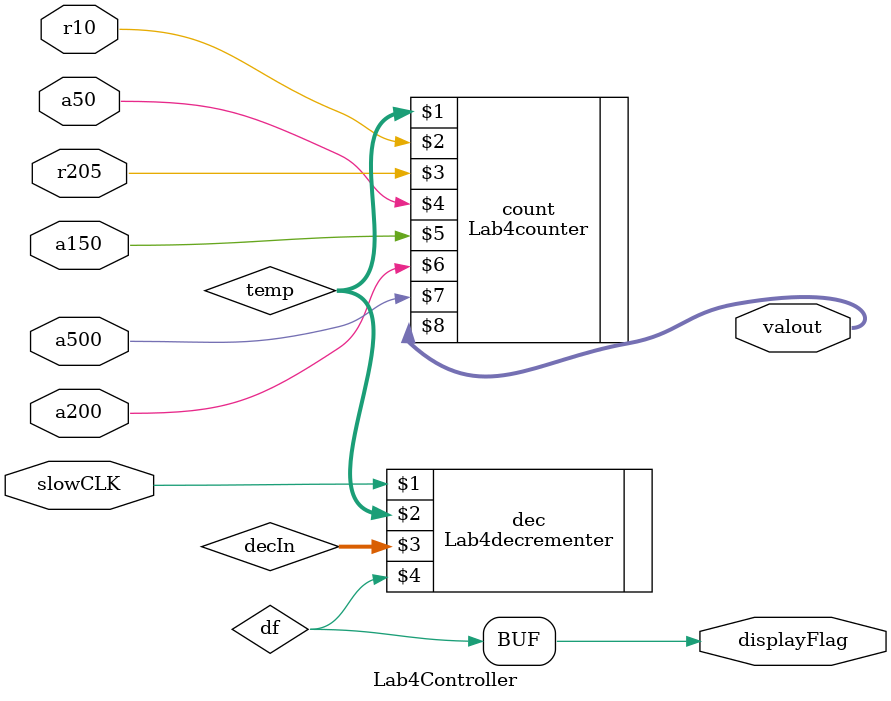
<source format=v>
module Lab4Controller(r10, r205, a50, a150, a200, a500, valout, slowCLK, displayFlag);
input r10, r205, a50, a150, a200, a500, slowCLK;
output displayFlag;
output [13:0] valout;

wire df;
wire [13:0] decIn;
reg [13:0] temp;
reg plus50, plus150, plus200, plus500;

Lab4decrementer dec(slowCLK, temp, decIn, df);
Lab4counter count(temp, r10, r205, a50, a150, a200, a500, valout);

assign displayFlag = df;



//initial begin 
//	temp = 0;
//	end

//always @(a50, a150, a200, a500, r205, r10)begin
    
//    if (r10)begin
//        temp = 10;
//        end
//    else if (r205)begin
//        temp = 205;
//        end
//	else if (a50)begin
//	   temp = temp + 50;
//		end
//	else if (a150)begin
//	   temp = temp + 150;
//		end	
//	else if (a200)begin
//	   temp = temp + 200;
//		end
//	else if (a500)begin
//	   temp = temp + 500;
//		end
//	else begin
//	   temp = temp;
//		end
//end

//assign valout = (temp > 9999) ? 9999 : temp; //Final output

endmodule

</source>
